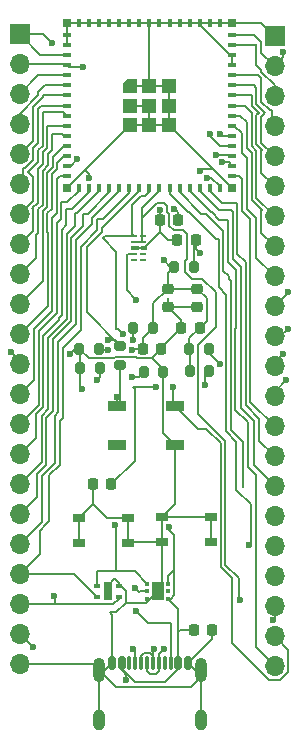
<source format=gbr>
%TF.GenerationSoftware,KiCad,Pcbnew,8.0.3*%
%TF.CreationDate,2024-10-04T20:59:13+05:30*%
%TF.ProjectId,TP4056,54503430-3536-42e6-9b69-6361645f7063,rev?*%
%TF.SameCoordinates,Original*%
%TF.FileFunction,Copper,L1,Top*%
%TF.FilePolarity,Positive*%
%FSLAX46Y46*%
G04 Gerber Fmt 4.6, Leading zero omitted, Abs format (unit mm)*
G04 Created by KiCad (PCBNEW 8.0.3) date 2024-10-04 20:59:13*
%MOMM*%
%LPD*%
G01*
G04 APERTURE LIST*
G04 Aperture macros list*
%AMRoundRect*
0 Rectangle with rounded corners*
0 $1 Rounding radius*
0 $2 $3 $4 $5 $6 $7 $8 $9 X,Y pos of 4 corners*
0 Add a 4 corners polygon primitive as box body*
4,1,4,$2,$3,$4,$5,$6,$7,$8,$9,$2,$3,0*
0 Add four circle primitives for the rounded corners*
1,1,$1+$1,$2,$3*
1,1,$1+$1,$4,$5*
1,1,$1+$1,$6,$7*
1,1,$1+$1,$8,$9*
0 Add four rect primitives between the rounded corners*
20,1,$1+$1,$2,$3,$4,$5,0*
20,1,$1+$1,$4,$5,$6,$7,0*
20,1,$1+$1,$6,$7,$8,$9,0*
20,1,$1+$1,$8,$9,$2,$3,0*%
%AMOutline5P*
0 Free polygon, 5 corners , with rotation*
0 The origin of the aperture is its center*
0 number of corners: always 5*
0 $1 to $10 corner X, Y*
0 $11 Rotation angle, in degrees counterclockwise*
0 create outline with 5 corners*
4,1,5,$1,$2,$3,$4,$5,$6,$7,$8,$9,$10,$1,$2,$11*%
%AMOutline6P*
0 Free polygon, 6 corners , with rotation*
0 The origin of the aperture is its center*
0 number of corners: always 6*
0 $1 to $12 corner X, Y*
0 $13 Rotation angle, in degrees counterclockwise*
0 create outline with 6 corners*
4,1,6,$1,$2,$3,$4,$5,$6,$7,$8,$9,$10,$11,$12,$1,$2,$13*%
%AMOutline7P*
0 Free polygon, 7 corners , with rotation*
0 The origin of the aperture is its center*
0 number of corners: always 7*
0 $1 to $14 corner X, Y*
0 $15 Rotation angle, in degrees counterclockwise*
0 create outline with 7 corners*
4,1,7,$1,$2,$3,$4,$5,$6,$7,$8,$9,$10,$11,$12,$13,$14,$1,$2,$15*%
%AMOutline8P*
0 Free polygon, 8 corners , with rotation*
0 The origin of the aperture is its center*
0 number of corners: always 8*
0 $1 to $16 corner X, Y*
0 $17 Rotation angle, in degrees counterclockwise*
0 create outline with 8 corners*
4,1,8,$1,$2,$3,$4,$5,$6,$7,$8,$9,$10,$11,$12,$13,$14,$15,$16,$1,$2,$17*%
G04 Aperture macros list end*
%TA.AperFunction,SMDPad,CuDef*%
%ADD10RoundRect,0.225000X-0.250000X0.225000X-0.250000X-0.225000X0.250000X-0.225000X0.250000X0.225000X0*%
%TD*%
%TA.AperFunction,SMDPad,CuDef*%
%ADD11RoundRect,0.200000X-0.200000X-0.275000X0.200000X-0.275000X0.200000X0.275000X-0.200000X0.275000X0*%
%TD*%
%TA.AperFunction,SMDPad,CuDef*%
%ADD12RoundRect,0.200000X0.275000X-0.200000X0.275000X0.200000X-0.275000X0.200000X-0.275000X-0.200000X0*%
%TD*%
%TA.AperFunction,SMDPad,CuDef*%
%ADD13R,0.600000X0.400000*%
%TD*%
%TA.AperFunction,SMDPad,CuDef*%
%ADD14R,0.700000X1.600000*%
%TD*%
%TA.AperFunction,SMDPad,CuDef*%
%ADD15RoundRect,0.200000X0.200000X0.275000X-0.200000X0.275000X-0.200000X-0.275000X0.200000X-0.275000X0*%
%TD*%
%TA.AperFunction,SMDPad,CuDef*%
%ADD16R,1.050000X0.650000*%
%TD*%
%TA.AperFunction,SMDPad,CuDef*%
%ADD17R,1.500000X0.900000*%
%TD*%
%TA.AperFunction,SMDPad,CuDef*%
%ADD18RoundRect,0.218750X-0.218750X-0.256250X0.218750X-0.256250X0.218750X0.256250X-0.218750X0.256250X0*%
%TD*%
%TA.AperFunction,SMDPad,CuDef*%
%ADD19RoundRect,0.225000X-0.225000X-0.250000X0.225000X-0.250000X0.225000X0.250000X-0.225000X0.250000X0*%
%TD*%
%TA.AperFunction,ComponentPad*%
%ADD20R,1.700000X1.700000*%
%TD*%
%TA.AperFunction,ComponentPad*%
%ADD21O,1.700000X1.700000*%
%TD*%
%TA.AperFunction,SMDPad,CuDef*%
%ADD22RoundRect,0.225000X0.225000X0.250000X-0.225000X0.250000X-0.225000X-0.250000X0.225000X-0.250000X0*%
%TD*%
%TA.AperFunction,SMDPad,CuDef*%
%ADD23R,0.800000X0.400000*%
%TD*%
%TA.AperFunction,SMDPad,CuDef*%
%ADD24R,0.400000X0.800000*%
%TD*%
%TA.AperFunction,SMDPad,CuDef*%
%ADD25Outline5P,-0.600000X0.204000X-0.204000X0.600000X0.600000X0.600000X0.600000X-0.600000X-0.600000X-0.600000X0.000000*%
%TD*%
%TA.AperFunction,SMDPad,CuDef*%
%ADD26R,1.200000X1.200000*%
%TD*%
%TA.AperFunction,SMDPad,CuDef*%
%ADD27R,0.800000X0.800000*%
%TD*%
%TA.AperFunction,SMDPad,CuDef*%
%ADD28RoundRect,0.150000X-0.150000X-0.425000X0.150000X-0.425000X0.150000X0.425000X-0.150000X0.425000X0*%
%TD*%
%TA.AperFunction,SMDPad,CuDef*%
%ADD29RoundRect,0.075000X-0.075000X-0.500000X0.075000X-0.500000X0.075000X0.500000X-0.075000X0.500000X0*%
%TD*%
%TA.AperFunction,ComponentPad*%
%ADD30O,1.000000X2.100000*%
%TD*%
%TA.AperFunction,ComponentPad*%
%ADD31O,1.000000X1.800000*%
%TD*%
%TA.AperFunction,SMDPad,CuDef*%
%ADD32RoundRect,0.093750X-0.093750X-0.106250X0.093750X-0.106250X0.093750X0.106250X-0.093750X0.106250X0*%
%TD*%
%TA.AperFunction,HeatsinkPad*%
%ADD33R,1.000000X1.600000*%
%TD*%
%TA.AperFunction,SMDPad,CuDef*%
%ADD34R,0.625000X0.250000*%
%TD*%
%TA.AperFunction,SMDPad,CuDef*%
%ADD35R,0.700000X0.450000*%
%TD*%
%TA.AperFunction,SMDPad,CuDef*%
%ADD36R,0.575000X0.450000*%
%TD*%
%TA.AperFunction,ViaPad*%
%ADD37C,0.600000*%
%TD*%
%TA.AperFunction,Conductor*%
%ADD38C,0.200000*%
%TD*%
G04 APERTURE END LIST*
D10*
%TO.P,C1,1*%
%TO.N,/3V3*%
X78835000Y-86200000D03*
%TO.P,C1,2*%
%TO.N,GND*%
X78835000Y-87750000D03*
%TD*%
D11*
%TO.P,R3,1*%
%TO.N,/3V3*%
X76875000Y-84350000D03*
%TO.P,R3,2*%
%TO.N,/ESP32_EN*%
X78525000Y-84350000D03*
%TD*%
D12*
%TO.P,R5,1*%
%TO.N,/3V3*%
X72325000Y-92700000D03*
%TO.P,R5,2*%
%TO.N,/I2C_SDA*%
X72325000Y-91050000D03*
%TD*%
D13*
%TO.P,U4,1,VDD*%
%TO.N,/3V3*%
X70302500Y-111350000D03*
%TO.P,U4,2,SCL*%
%TO.N,/I2C_SCL*%
X70302500Y-112300000D03*
%TO.P,U4,3,SDA*%
%TO.N,/I2C_SDA*%
X72202500Y-112300000D03*
%TO.P,U4,4,GND*%
%TO.N,GND*%
X72202500Y-111350000D03*
D14*
%TO.P,U4,5,GND*%
X71252500Y-111825000D03*
%TD*%
D11*
%TO.P,R4,1*%
%TO.N,/3V3*%
X78150000Y-91275000D03*
%TO.P,R4,2*%
%TO.N,/I2C_SCL*%
X79800000Y-91275000D03*
%TD*%
D15*
%TO.P,R2,1*%
%TO.N,Net-(J1-CC1)*%
X70550000Y-92925000D03*
%TO.P,R2,2*%
%TO.N,GND*%
X68900000Y-92925000D03*
%TD*%
D16*
%TO.P,SW1,1,1*%
%TO.N,GND*%
X68775000Y-105625000D03*
X72925000Y-105625000D03*
%TO.P,SW1,2,2*%
X68775000Y-107775000D03*
X72925000Y-107775000D03*
%TD*%
D17*
%TO.P,D1,1,VDD*%
%TO.N,/3V3*%
X72050000Y-96150000D03*
%TO.P,D1,2,DOUT*%
%TO.N,unconnected-(D1-DOUT-Pad2)*%
X72050000Y-99450000D03*
%TO.P,D1,3,VSS*%
%TO.N,GND*%
X76950000Y-99450000D03*
%TO.P,D1,4,DIN*%
%TO.N,/GPIO48*%
X76950000Y-96150000D03*
%TD*%
D11*
%TO.P,R7,1*%
%TO.N,Net-(U2-FB)*%
X74310000Y-93265000D03*
%TO.P,R7,2*%
%TO.N,GND*%
X75960000Y-93265000D03*
%TD*%
D18*
%TO.P,D2,1,K*%
%TO.N,GND*%
X69975000Y-102775000D03*
%TO.P,D2,2,A*%
%TO.N,Net-(D2-A)*%
X71550000Y-102775000D03*
%TD*%
D19*
%TO.P,C5,1*%
%TO.N,/3V3*%
X74190000Y-91275000D03*
%TO.P,C5,2*%
%TO.N,GND*%
X75740000Y-91275000D03*
%TD*%
D15*
%TO.P,R1,1*%
%TO.N,Net-(J1-CC2)*%
X70500000Y-91300000D03*
%TO.P,R1,2*%
%TO.N,GND*%
X68850000Y-91300000D03*
%TD*%
D20*
%TO.P,J3,1,Pin_1*%
%TO.N,GND*%
X85375000Y-64825000D03*
D21*
%TO.P,J3,2,Pin_2*%
%TO.N,/ESP32_EN*%
X85375000Y-67365000D03*
%TO.P,J3,3,Pin_3*%
%TO.N,/GPIO46*%
X85375000Y-69905000D03*
%TO.P,J3,4,Pin_4*%
%TO.N,/GPIO45*%
X85375000Y-72445000D03*
%TO.P,J3,5,Pin_5*%
%TO.N,/RXD*%
X85375000Y-74985000D03*
%TO.P,J3,6,Pin_6*%
%TO.N,/TXD*%
X85375000Y-77525000D03*
%TO.P,J3,7,Pin_7*%
%TO.N,/GPIO42*%
X85375000Y-80065000D03*
%TO.P,J3,8,Pin_8*%
%TO.N,/GPIO41*%
X85375000Y-82605000D03*
%TO.P,J3,9,Pin_9*%
%TO.N,/GPIO40*%
X85375000Y-85145000D03*
%TO.P,J3,10,Pin_10*%
%TO.N,/GPIO39*%
X85375000Y-87685000D03*
%TO.P,J3,11,Pin_11*%
%TO.N,/GPIO38*%
X85375000Y-90225000D03*
%TO.P,J3,12,Pin_12*%
%TO.N,/GPIO37*%
X85375000Y-92765000D03*
%TO.P,J3,13,Pin_13*%
%TO.N,/GPIO36*%
X85375000Y-95305000D03*
%TO.P,J3,14,Pin_14*%
%TO.N,/GPIO35*%
X85375000Y-97845000D03*
%TO.P,J3,15,Pin_15*%
%TO.N,/GPIO34*%
X85375000Y-100385000D03*
%TO.P,J3,16,Pin_16*%
%TO.N,/GPIO33*%
X85375000Y-102925000D03*
%TO.P,J3,17,Pin_17*%
%TO.N,/GPIO26*%
X85375000Y-105465000D03*
%TO.P,J3,18,Pin_18*%
%TO.N,/GPIO21*%
X85375000Y-108005000D03*
%TO.P,J3,19,Pin_19*%
%TO.N,/USB_N*%
X85375000Y-110545000D03*
%TO.P,J3,20,Pin_20*%
%TO.N,/USB_P*%
X85375000Y-113085000D03*
%TO.P,J3,21,Pin_21*%
%TO.N,/GPIO48*%
X85375000Y-115625000D03*
%TO.P,J3,22,Pin_22*%
%TO.N,/GPIO47*%
X85375000Y-118165000D03*
%TD*%
D22*
%TO.P,C3,1*%
%TO.N,/ESP32_EN*%
X78700000Y-82050000D03*
%TO.P,C3,2*%
%TO.N,GND*%
X77150000Y-82050000D03*
%TD*%
D19*
%TO.P,C6,1*%
%TO.N,/5VUSB*%
X78550000Y-115125000D03*
%TO.P,C6,2*%
%TO.N,GND*%
X80100000Y-115125000D03*
%TD*%
D23*
%TO.P,U3,1,GND*%
%TO.N,GND*%
X67775000Y-64750000D03*
%TO.P,U3,2,GND*%
X67775000Y-65600000D03*
%TO.P,U3,3,3V3*%
%TO.N,/3V3*%
X67775000Y-66450000D03*
%TO.P,U3,4,IO0*%
%TO.N,/GPIO0*%
X67775000Y-67300000D03*
%TO.P,U3,5,IO1*%
%TO.N,/GPIO1*%
X67775000Y-68150000D03*
%TO.P,U3,6,IO2*%
%TO.N,/GPIO2*%
X67775000Y-69000000D03*
%TO.P,U3,7,IO3*%
%TO.N,/GPIO3*%
X67775000Y-69850000D03*
%TO.P,U3,8,IO4*%
%TO.N,/GPIO4*%
X67775000Y-70700000D03*
%TO.P,U3,9,IO5*%
%TO.N,/GPIO5*%
X67775000Y-71550000D03*
%TO.P,U3,10,IO6*%
%TO.N,/GPIO6*%
X67775000Y-72400000D03*
%TO.P,U3,11,IO7*%
%TO.N,/GPIO7*%
X67775000Y-73250000D03*
%TO.P,U3,12,IO8*%
%TO.N,/GPIO8*%
X67775000Y-74100000D03*
%TO.P,U3,13,IO9*%
%TO.N,/GPIO9*%
X67775000Y-74950000D03*
%TO.P,U3,14,IO10*%
%TO.N,/GPIO10*%
X67775000Y-75800000D03*
%TO.P,U3,15,IO11*%
%TO.N,/GPIO11*%
X67775000Y-76650000D03*
D24*
%TO.P,U3,16,IO12*%
%TO.N,/GPIO12*%
X68825000Y-77700000D03*
%TO.P,U3,17,IO13*%
%TO.N,/GPIO13*%
X69675000Y-77700000D03*
%TO.P,U3,18,IO14*%
%TO.N,/GPIO14*%
X70525000Y-77700000D03*
%TO.P,U3,19,IO15*%
%TO.N,/GPIO15*%
X71375000Y-77700000D03*
%TO.P,U3,20,IO16*%
%TO.N,/GPIO16*%
X72225000Y-77700000D03*
%TO.P,U3,21,IO17*%
%TO.N,/I2C_SCL*%
X73075000Y-77700000D03*
%TO.P,U3,22,IO18*%
%TO.N,/I2C_SDA*%
X73925000Y-77700000D03*
%TO.P,U3,23,IO19*%
%TO.N,/USB_N*%
X74775000Y-77700000D03*
%TO.P,U3,24,IO20*%
%TO.N,/USB_P*%
X75625000Y-77700000D03*
%TO.P,U3,25,IO21*%
%TO.N,/GPIO21*%
X76475000Y-77700000D03*
%TO.P,U3,26,IO26*%
%TO.N,/GPIO26*%
X77325000Y-77700000D03*
%TO.P,U3,27,IO47*%
%TO.N,/GPIO47*%
X78175000Y-77700000D03*
%TO.P,U3,28,IO33*%
%TO.N,/GPIO33*%
X79025000Y-77700000D03*
%TO.P,U3,29,IO34*%
%TO.N,/GPIO34*%
X79875000Y-77700000D03*
%TO.P,U3,30,IO48*%
%TO.N,/GPIO48*%
X80725000Y-77700000D03*
D23*
%TO.P,U3,31,IO35*%
%TO.N,/GPIO35*%
X81775000Y-76650000D03*
%TO.P,U3,32,IO36*%
%TO.N,/GPIO36*%
X81775000Y-75800000D03*
%TO.P,U3,33,IO37*%
%TO.N,/GPIO37*%
X81775000Y-74950000D03*
%TO.P,U3,34,IO38*%
%TO.N,/GPIO38*%
X81775000Y-74100000D03*
%TO.P,U3,35,IO39*%
%TO.N,/GPIO39*%
X81775000Y-73250000D03*
%TO.P,U3,36,IO40*%
%TO.N,/GPIO40*%
X81775000Y-72400000D03*
%TO.P,U3,37,IO41*%
%TO.N,/GPIO41*%
X81775000Y-71550000D03*
%TO.P,U3,38,IO42*%
%TO.N,/GPIO42*%
X81775000Y-70700000D03*
%TO.P,U3,39,TXD0*%
%TO.N,/TXD*%
X81775000Y-69850000D03*
%TO.P,U3,40,RXD0*%
%TO.N,/RXD*%
X81775000Y-69000000D03*
%TO.P,U3,41,IO45*%
%TO.N,/GPIO45*%
X81775000Y-68150000D03*
%TO.P,U3,42,GND*%
%TO.N,GND*%
X81775000Y-67300000D03*
%TO.P,U3,43,GND*%
X81775000Y-66450000D03*
%TO.P,U3,44,IO46*%
%TO.N,/GPIO46*%
X81775000Y-65600000D03*
%TO.P,U3,45,EN*%
%TO.N,/ESP32_EN*%
X81775000Y-64750000D03*
D24*
%TO.P,U3,46,GND*%
%TO.N,GND*%
X80725000Y-63700000D03*
%TO.P,U3,47,GND*%
X79875000Y-63700000D03*
%TO.P,U3,48,GND*%
X79025000Y-63700000D03*
%TO.P,U3,49,GND*%
X78175000Y-63700000D03*
%TO.P,U3,50,GND*%
X77325000Y-63700000D03*
%TO.P,U3,51,GND*%
X76475000Y-63700000D03*
%TO.P,U3,52,GND*%
X75625000Y-63700000D03*
%TO.P,U3,53,GND*%
X74775000Y-63700000D03*
%TO.P,U3,54,GND*%
X73925000Y-63700000D03*
%TO.P,U3,55,GND*%
X73075000Y-63700000D03*
%TO.P,U3,56,GND*%
X72225000Y-63700000D03*
%TO.P,U3,57,GND*%
X71375000Y-63700000D03*
%TO.P,U3,58,GND*%
X70525000Y-63700000D03*
%TO.P,U3,59,GND*%
X69675000Y-63700000D03*
%TO.P,U3,60,GND*%
X68825000Y-63700000D03*
D25*
%TO.P,U3,61,GND*%
X73125000Y-69050000D03*
D26*
X73125000Y-70700000D03*
X73125000Y-72350000D03*
X74775000Y-69050000D03*
X74775000Y-70700000D03*
X74775000Y-72350000D03*
X76425000Y-69050000D03*
X76425000Y-70700000D03*
X76425000Y-72350000D03*
D27*
%TO.P,U3,62,GND*%
X67775000Y-63700000D03*
%TO.P,U3,63,GND*%
X67775000Y-77700000D03*
%TO.P,U3,64,GND*%
X81775000Y-77700000D03*
%TO.P,U3,65,GND*%
X81775000Y-63700000D03*
%TD*%
D15*
%TO.P,R6,1*%
%TO.N,/3V3*%
X75065000Y-89500000D03*
%TO.P,R6,2*%
%TO.N,Net-(U2-FB)*%
X73415000Y-89500000D03*
%TD*%
D28*
%TO.P,J1,A1,GND*%
%TO.N,GND*%
X71625000Y-117935000D03*
%TO.P,J1,A4,VBUS*%
%TO.N,/5VUSB*%
X72425000Y-117935000D03*
D29*
%TO.P,J1,A5,CC1*%
%TO.N,Net-(J1-CC1)*%
X73575000Y-117935000D03*
%TO.P,J1,A6,D+*%
%TO.N,/USB_N*%
X74575000Y-117935000D03*
%TO.P,J1,A7,D-*%
%TO.N,/USB_P*%
X75075000Y-117935000D03*
%TO.P,J1,A8,SBU1*%
%TO.N,unconnected-(J1-SBU1-PadA8)*%
X76075000Y-117935000D03*
D28*
%TO.P,J1,A9,VBUS*%
%TO.N,/5VUSB*%
X77225000Y-117935000D03*
%TO.P,J1,A12,GND*%
%TO.N,GND*%
X78025000Y-117935000D03*
%TO.P,J1,B1,GND*%
X78025000Y-117935000D03*
%TO.P,J1,B4,VBUS*%
%TO.N,/5VUSB*%
X77225000Y-117935000D03*
D29*
%TO.P,J1,B5,CC2*%
%TO.N,Net-(J1-CC2)*%
X76575000Y-117935000D03*
%TO.P,J1,B6,D+*%
%TO.N,/USB_N*%
X75575000Y-117935000D03*
%TO.P,J1,B7,D-*%
%TO.N,/USB_P*%
X74075000Y-117935000D03*
%TO.P,J1,B8,SBU2*%
%TO.N,unconnected-(J1-SBU2-PadB8)*%
X73075000Y-117935000D03*
D28*
%TO.P,J1,B9,VBUS*%
%TO.N,/5VUSB*%
X72425000Y-117935000D03*
%TO.P,J1,B12,GND*%
%TO.N,GND*%
X71625000Y-117935000D03*
D30*
%TO.P,J1,S1,SHIELD*%
X70505000Y-118510000D03*
D31*
X70505000Y-122690000D03*
D30*
X79145000Y-118510000D03*
D31*
X79145000Y-122690000D03*
%TD*%
D32*
%TO.P,U2,1,OUT*%
%TO.N,/3V3*%
X74600000Y-111175000D03*
%TO.P,U2,2,FB*%
%TO.N,Net-(U2-FB)*%
X74600000Y-111825000D03*
%TO.P,U2,3,GND*%
%TO.N,GND*%
X74600000Y-112475000D03*
%TO.P,U2,4,EN*%
%TO.N,/5VUSB*%
X76375000Y-112475000D03*
%TO.P,U2,5,DNC*%
%TO.N,unconnected-(U2-DNC-Pad5)*%
X76375000Y-111825000D03*
%TO.P,U2,6,IN*%
%TO.N,/5VUSB*%
X76375000Y-111175000D03*
D33*
%TO.P,U2,7,GND*%
%TO.N,GND*%
X75487500Y-111825000D03*
%TD*%
D20*
%TO.P,J2,1,Pin_1*%
%TO.N,/3V3*%
X63775000Y-64675000D03*
D21*
%TO.P,J2,2,Pin_2*%
%TO.N,/GPIO0*%
X63775000Y-67215000D03*
%TO.P,J2,3,Pin_3*%
%TO.N,/GPIO1*%
X63775000Y-69755000D03*
%TO.P,J2,4,Pin_4*%
%TO.N,/GPIO2*%
X63775000Y-72295000D03*
%TO.P,J2,5,Pin_5*%
%TO.N,/GPIO3*%
X63775000Y-74835000D03*
%TO.P,J2,6,Pin_6*%
%TO.N,/GPIO4*%
X63775000Y-77375000D03*
%TO.P,J2,7,Pin_7*%
%TO.N,/GPIO5*%
X63775000Y-79915000D03*
%TO.P,J2,8,Pin_8*%
%TO.N,/GPIO6*%
X63775000Y-82455000D03*
%TO.P,J2,9,Pin_9*%
%TO.N,/GPIO7*%
X63775000Y-84995000D03*
%TO.P,J2,10,Pin_10*%
%TO.N,/GPIO8*%
X63775000Y-87535000D03*
%TO.P,J2,11,Pin_11*%
%TO.N,/GPIO9*%
X63775000Y-90075000D03*
%TO.P,J2,12,Pin_12*%
%TO.N,/GPIO10*%
X63775000Y-92615000D03*
%TO.P,J2,13,Pin_13*%
%TO.N,/GPIO11*%
X63775000Y-95155000D03*
%TO.P,J2,14,Pin_14*%
%TO.N,/GPIO12*%
X63775000Y-97695000D03*
%TO.P,J2,15,Pin_15*%
%TO.N,/GPIO13*%
X63775000Y-100235000D03*
%TO.P,J2,16,Pin_16*%
%TO.N,/GPIO14*%
X63775000Y-102775000D03*
%TO.P,J2,17,Pin_17*%
%TO.N,/GPIO15*%
X63775000Y-105315000D03*
%TO.P,J2,18,Pin_18*%
%TO.N,/GPIO16*%
X63775000Y-107855000D03*
%TO.P,J2,19,Pin_19*%
%TO.N,/I2C_SCL*%
X63775000Y-110395000D03*
%TO.P,J2,20,Pin_20*%
%TO.N,/I2C_SDA*%
X63775000Y-112935000D03*
%TO.P,J2,21,Pin_21*%
%TO.N,/5VUSB*%
X63775000Y-115475000D03*
%TO.P,J2,22,Pin_22*%
%TO.N,GND*%
X63775000Y-118015000D03*
%TD*%
D22*
%TO.P,C7,1*%
%TO.N,/3V3*%
X79025000Y-89500000D03*
%TO.P,C7,2*%
%TO.N,GND*%
X77475000Y-89500000D03*
%TD*%
D11*
%TO.P,R8,1*%
%TO.N,/3V3*%
X78175000Y-93150000D03*
%TO.P,R8,2*%
%TO.N,Net-(D2-A)*%
X79825000Y-93150000D03*
%TD*%
D16*
%TO.P,SW2,1,1*%
%TO.N,GND*%
X75825000Y-105525000D03*
X79975000Y-105525000D03*
%TO.P,SW2,2,2*%
X75825000Y-107675000D03*
X79975000Y-107675000D03*
%TD*%
D10*
%TO.P,C2,1*%
%TO.N,/3V3*%
X76325000Y-86200000D03*
%TO.P,C2,2*%
%TO.N,GND*%
X76325000Y-87750000D03*
%TD*%
D22*
%TO.P,C4,1*%
%TO.N,/GPIO0*%
X77200000Y-80400000D03*
%TO.P,C4,2*%
%TO.N,GND*%
X75650000Y-80400000D03*
%TD*%
D34*
%TO.P,U1,1*%
%TO.N,/USB_N*%
X73475000Y-81750000D03*
%TO.P,U1,2*%
%TO.N,/USB_P*%
X73475000Y-82250000D03*
D35*
%TO.P,U1,3,VSS*%
%TO.N,GND*%
X73512500Y-82750000D03*
D34*
%TO.P,U1,4*%
%TO.N,/5VUSB*%
X73475000Y-83250000D03*
%TO.P,U1,5*%
%TO.N,unconnected-(U1-Pad5)*%
X73475000Y-83750000D03*
%TO.P,U1,6,NC*%
%TO.N,unconnected-(U1-NC-Pad6)*%
X74250000Y-83750000D03*
%TO.P,U1,7,NC*%
%TO.N,unconnected-(U1-NC-Pad7)*%
X74250000Y-83250000D03*
D36*
%TO.P,U1,8,VSS*%
%TO.N,GND*%
X74275000Y-82750000D03*
D34*
%TO.P,U1,9,NC*%
%TO.N,unconnected-(U1-NC-Pad9)*%
X74250000Y-82250000D03*
%TO.P,U1,10,NC*%
%TO.N,unconnected-(U1-NC-Pad10)*%
X74250000Y-81750000D03*
%TD*%
D37*
%TO.N,/3V3*%
X66550000Y-65450000D03*
X75975000Y-83775000D03*
X72025000Y-95350000D03*
X73283877Y-91400001D03*
X71900000Y-106250000D03*
%TO.N,GND*%
X75675000Y-79550000D03*
X69075000Y-94735000D03*
X69625000Y-76799998D03*
X68050000Y-91700000D03*
X79059313Y-76234313D03*
%TO.N,/ESP32_EN*%
X79025000Y-83150000D03*
X86125000Y-66175002D03*
%TO.N,/GPIO0*%
X69175000Y-67450000D03*
X76875735Y-79424265D03*
%TO.N,/5VUSB*%
X72800000Y-119350000D03*
X64875000Y-116525000D03*
X76425000Y-106350002D03*
X73675000Y-87175000D03*
%TO.N,/GPIO48*%
X76800000Y-94500000D03*
X79625000Y-76800000D03*
%TO.N,Net-(D2-A)*%
X79500000Y-94375000D03*
X75300000Y-94575000D03*
%TO.N,/USB_N*%
X72550000Y-90075000D03*
X75999265Y-116724265D03*
%TO.N,/USB_P*%
X75175000Y-116700000D03*
X85232189Y-114282573D03*
X82425000Y-112600000D03*
%TO.N,Net-(J1-CC2)*%
X73625000Y-113525000D03*
X71300000Y-91400000D03*
%TO.N,Net-(J1-CC1)*%
X73425000Y-116750000D03*
X70375000Y-93900000D03*
%TO.N,/I2C_SDA*%
X71225156Y-90556976D03*
X66675000Y-112225000D03*
%TO.N,/GPIO10*%
X68665292Y-75248058D03*
X63025000Y-91550000D03*
%TO.N,/I2C_SCL*%
X80760000Y-92600000D03*
%TO.N,/GPIO21*%
X83175000Y-107925000D03*
%TO.N,/GPIO37*%
X80450000Y-74900000D03*
X86125000Y-91725000D03*
%TO.N,/GPIO39*%
X80725000Y-73125000D03*
X86475000Y-86475000D03*
%TO.N,/GPIO36*%
X86375000Y-93975000D03*
X80959094Y-75517112D03*
%TO.N,/GPIO38*%
X86475000Y-89600000D03*
X79925691Y-73091696D03*
%TO.N,Net-(U2-FB)*%
X73408871Y-90554834D03*
X73325000Y-93725000D03*
X73575000Y-111550000D03*
%TD*%
D38*
%TO.N,/3V3*%
X76325000Y-84900000D02*
X76875000Y-84350000D01*
X73575000Y-110150000D02*
X74600000Y-111175000D01*
X79610000Y-86975000D02*
X78835000Y-86200000D01*
X76550000Y-84350000D02*
X75975000Y-83775000D01*
X70350000Y-110150000D02*
X71950000Y-110150000D01*
X79025000Y-89500000D02*
X79610000Y-88915000D01*
X78175000Y-93150000D02*
X78175000Y-91300000D01*
X76325000Y-86200000D02*
X78835000Y-86200000D01*
X74190000Y-90375000D02*
X75065000Y-89500000D01*
X73408878Y-91275000D02*
X73283877Y-91400001D01*
X78175000Y-91300000D02*
X78150000Y-91275000D01*
X71950000Y-106300000D02*
X71900000Y-106250000D01*
X66550000Y-65450000D02*
X65775000Y-64675000D01*
X72325000Y-95875000D02*
X72050000Y-96150000D01*
X72325000Y-92700000D02*
X72325000Y-95875000D01*
X75065000Y-89500000D02*
X75065000Y-87460000D01*
X79610000Y-88915000D02*
X79610000Y-86975000D01*
X74190000Y-91275000D02*
X73408878Y-91275000D01*
X78150000Y-91275000D02*
X78150000Y-90375000D01*
X74190000Y-91275000D02*
X74190000Y-90375000D01*
X78150000Y-93125000D02*
X78175000Y-93150000D01*
X76875000Y-84350000D02*
X76550000Y-84350000D01*
X72025000Y-96125000D02*
X72050000Y-96150000D01*
X71950000Y-110150000D02*
X73575000Y-110150000D01*
X76325000Y-86200000D02*
X76325000Y-84900000D01*
X72025000Y-95350000D02*
X72025000Y-96125000D01*
X63775000Y-64675000D02*
X65550000Y-66450000D01*
X70302500Y-111350000D02*
X70302500Y-110197500D01*
X70302500Y-110197500D02*
X70350000Y-110150000D01*
X71950000Y-110150000D02*
X71950000Y-106300000D01*
X65775000Y-64675000D02*
X63775000Y-64675000D01*
X65550000Y-66450000D02*
X67775000Y-66450000D01*
X75065000Y-87460000D02*
X76325000Y-86200000D01*
X78150000Y-90375000D02*
X79025000Y-89500000D01*
%TO.N,GND*%
X67775000Y-65600000D02*
X67775000Y-63700000D01*
X74775000Y-70700000D02*
X73125000Y-70700000D01*
X75650000Y-79575000D02*
X75675000Y-79550000D01*
X79025000Y-63900000D02*
X79025000Y-63700000D01*
X68900000Y-92925000D02*
X68900000Y-94560000D01*
X69975000Y-104400000D02*
X69975000Y-104425000D01*
X81775000Y-77700000D02*
X81725000Y-77700000D01*
X81575000Y-66450000D02*
X79025000Y-63900000D01*
X69625000Y-76799998D02*
X69625000Y-76475000D01*
X72925000Y-105625000D02*
X71200000Y-105625000D01*
X75487500Y-111825000D02*
X74512500Y-112800000D01*
X76425000Y-69050000D02*
X76425000Y-72350000D01*
X75900000Y-98400000D02*
X75900000Y-93585000D01*
X68900000Y-92925000D02*
X68900000Y-91350000D01*
X75960000Y-93045000D02*
X74965000Y-92050000D01*
X69625000Y-92075000D02*
X71762352Y-92075000D01*
X78255000Y-119950000D02*
X71920406Y-119950000D01*
X78600000Y-118510000D02*
X78025000Y-117935000D01*
X79181126Y-76112500D02*
X80187500Y-76112500D01*
X68900000Y-91350000D02*
X68850000Y-91300000D01*
X71400000Y-113625000D02*
X71625000Y-113850000D01*
X69312500Y-76162500D02*
X67775000Y-77700000D01*
X70505000Y-118534594D02*
X70505000Y-118510000D01*
X71050000Y-118510000D02*
X71625000Y-117935000D01*
X74775000Y-69050000D02*
X74775000Y-63700000D01*
X75650000Y-81375000D02*
X74275000Y-82750000D01*
X71625000Y-113850000D02*
X71625000Y-117935000D01*
X79059313Y-76234313D02*
X79181126Y-76112500D01*
X75650000Y-80400000D02*
X75650000Y-79575000D01*
X75960000Y-93265000D02*
X75960000Y-93045000D01*
X79145000Y-118510000D02*
X78600000Y-118510000D01*
X73125000Y-69050000D02*
X76425000Y-69050000D01*
X69975000Y-102775000D02*
X69975000Y-104400000D01*
X84250000Y-63700000D02*
X85375000Y-64825000D01*
X79975000Y-105525000D02*
X79975000Y-107675000D01*
X74965000Y-92050000D02*
X75740000Y-91275000D01*
X75825000Y-111487500D02*
X75487500Y-111825000D01*
X68450000Y-91300000D02*
X68050000Y-91700000D01*
X75825000Y-107675000D02*
X73025000Y-107675000D01*
X76325000Y-87750000D02*
X76325000Y-87025000D01*
X68850000Y-91300000D02*
X69625000Y-92075000D01*
X70505000Y-122690000D02*
X70505000Y-118510000D01*
X68775000Y-107775000D02*
X68775000Y-105625000D01*
X79145000Y-122690000D02*
X79145000Y-118510000D01*
X75825000Y-107675000D02*
X75825000Y-111487500D01*
X75650000Y-80400000D02*
X75650000Y-81375000D01*
X71200000Y-105625000D02*
X69975000Y-104400000D01*
X81775000Y-66450000D02*
X81575000Y-66450000D01*
X80187500Y-76112500D02*
X76425000Y-72350000D01*
X71827500Y-110825000D02*
X72802500Y-111800000D01*
X68900000Y-94560000D02*
X69075000Y-94735000D01*
X74512500Y-112800000D02*
X72802500Y-112800000D01*
X73741304Y-92050000D02*
X74965000Y-92050000D01*
X77475000Y-88900000D02*
X76325000Y-87750000D01*
X75740000Y-91235000D02*
X77475000Y-89500000D01*
X69975000Y-104425000D02*
X68775000Y-105625000D01*
X72925000Y-105625000D02*
X72925000Y-107775000D01*
X80100000Y-115860000D02*
X78025000Y-117935000D01*
X81225000Y-77150000D02*
X80187500Y-76112500D01*
X75825000Y-105525000D02*
X75825000Y-107675000D01*
X71837352Y-92000000D02*
X73691304Y-92000000D01*
X71252500Y-111825000D02*
X71252500Y-111375000D01*
X76325000Y-82050000D02*
X75650000Y-81375000D01*
X76325000Y-87750000D02*
X78835000Y-87750000D01*
X68850000Y-91300000D02*
X68450000Y-91300000D01*
X80100000Y-115125000D02*
X80100000Y-115860000D01*
X75825000Y-105525000D02*
X79975000Y-105525000D01*
X71252500Y-111375000D02*
X71802500Y-110825000D01*
X77150000Y-82050000D02*
X76325000Y-82050000D01*
X71920406Y-119950000D02*
X70505000Y-118534594D01*
X71802500Y-110825000D02*
X71827500Y-110825000D01*
X81225000Y-77200000D02*
X81225000Y-77150000D01*
X73025000Y-107675000D02*
X72925000Y-107775000D01*
X72802500Y-111800000D02*
X72802500Y-112800000D01*
X76425000Y-72350000D02*
X73125000Y-72350000D01*
X71762352Y-92075000D02*
X71837352Y-92000000D01*
X81775000Y-67300000D02*
X81775000Y-66450000D01*
X70505000Y-118510000D02*
X71050000Y-118510000D01*
X73125000Y-72350000D02*
X69312500Y-76162500D01*
X81725000Y-77700000D02*
X81225000Y-77200000D01*
X76950000Y-99450000D02*
X76950000Y-104400000D01*
X67775000Y-63700000D02*
X81775000Y-63700000D01*
X79145000Y-118510000D02*
X79145000Y-119060000D01*
X70010000Y-118015000D02*
X70505000Y-118510000D01*
X76950000Y-104400000D02*
X75825000Y-105525000D01*
X74775000Y-72350000D02*
X74775000Y-70700000D01*
X77475000Y-89500000D02*
X77475000Y-88900000D01*
X73691304Y-92000000D02*
X73741304Y-92050000D01*
X81775000Y-63700000D02*
X84250000Y-63700000D01*
X79145000Y-119060000D02*
X78255000Y-119950000D01*
X76950000Y-99450000D02*
X75900000Y-98400000D01*
X75900000Y-93585000D02*
X75960000Y-93525000D01*
X75740000Y-91275000D02*
X75740000Y-91235000D01*
X69625000Y-76475000D02*
X69312500Y-76162500D01*
X71977500Y-113625000D02*
X71400000Y-113625000D01*
X72802500Y-112800000D02*
X71977500Y-113625000D01*
X69175000Y-94835000D02*
X69075000Y-94735000D01*
X63775000Y-118015000D02*
X70010000Y-118015000D01*
X73512500Y-82750000D02*
X74275000Y-82750000D01*
%TO.N,/ESP32_EN*%
X84225000Y-65350000D02*
X84225000Y-66215000D01*
X81775000Y-64750000D02*
X83625000Y-64750000D01*
X86125000Y-66615000D02*
X85375000Y-67365000D01*
X83625000Y-64750000D02*
X84225000Y-65350000D01*
X78700000Y-82050000D02*
X78700000Y-82825000D01*
X78525000Y-82225000D02*
X78700000Y-82050000D01*
X84225000Y-66215000D02*
X85375000Y-67365000D01*
X78700000Y-82825000D02*
X79025000Y-83150000D01*
X78525000Y-84350000D02*
X78525000Y-82225000D01*
X86125000Y-66175002D02*
X86125000Y-66615000D01*
%TO.N,/GPIO0*%
X69175000Y-67450000D02*
X67925000Y-67450000D01*
X77200000Y-80400000D02*
X77200000Y-79748530D01*
X67925000Y-67450000D02*
X67775000Y-67300000D01*
X77200000Y-79748530D02*
X76875735Y-79424265D01*
X67690000Y-67215000D02*
X67775000Y-67300000D01*
X63775000Y-67215000D02*
X67690000Y-67215000D01*
%TO.N,/5VUSB*%
X72862500Y-86362500D02*
X72862500Y-83362500D01*
X72800000Y-118884999D02*
X72425000Y-118509999D01*
X76425000Y-106525000D02*
X76425000Y-106350002D01*
X72425000Y-117935000D02*
X72425000Y-118392410D01*
X78550000Y-115125000D02*
X77375000Y-115125000D01*
X77225000Y-115275000D02*
X77225000Y-117935000D01*
X72862500Y-83362500D02*
X72950000Y-83275000D01*
X72425000Y-118509999D02*
X72425000Y-117935000D01*
X72950000Y-83275000D02*
X73500000Y-83275000D01*
X72800000Y-119350000D02*
X72800000Y-118884999D01*
X77375000Y-115125000D02*
X77225000Y-115275000D01*
X76067410Y-119550000D02*
X77225000Y-118392410D01*
X76375000Y-112475000D02*
X77225000Y-113325000D01*
X73675000Y-87175000D02*
X72862500Y-86362500D01*
X76375000Y-112475000D02*
X76562499Y-112475000D01*
X77225000Y-113325000D02*
X77225000Y-115275000D01*
X76375000Y-110512500D02*
X76862500Y-110025000D01*
X77225000Y-118392410D02*
X77225000Y-117935000D01*
X76375000Y-106575000D02*
X76425000Y-106525000D01*
X76862500Y-110025000D02*
X76862500Y-107062500D01*
X73582590Y-119550000D02*
X76067410Y-119550000D01*
X76375000Y-111175000D02*
X76375000Y-110512500D01*
X76862500Y-107062500D02*
X76375000Y-106575000D01*
X63825000Y-115475000D02*
X64875000Y-116525000D01*
X76862500Y-112174999D02*
X76862500Y-110025000D01*
X76562499Y-112475000D02*
X76862500Y-112174999D01*
X63775000Y-115475000D02*
X63825000Y-115475000D01*
X72425000Y-118392410D02*
X73582590Y-119550000D01*
%TO.N,/GPIO48*%
X85851346Y-119315000D02*
X86525000Y-118641346D01*
X76800000Y-96000000D02*
X76950000Y-96150000D01*
X76950000Y-96150000D02*
X78850000Y-98050000D01*
X86525000Y-116775000D02*
X85375000Y-115625000D01*
X81750000Y-116166346D02*
X84898654Y-119315000D01*
X80800000Y-99275000D02*
X80800000Y-109750000D01*
X79575000Y-98050000D02*
X80800000Y-99275000D01*
X80725000Y-77500000D02*
X80025000Y-76800000D01*
X80800000Y-109750000D02*
X81750000Y-110700000D01*
X80725000Y-77700000D02*
X80725000Y-77500000D01*
X78850000Y-98050000D02*
X79575000Y-98050000D01*
X84898654Y-119315000D02*
X85851346Y-119315000D01*
X80025000Y-76800000D02*
X79625000Y-76800000D01*
X81750000Y-110700000D02*
X81750000Y-116166346D01*
X76800000Y-94500000D02*
X76800000Y-96000000D01*
X86525000Y-118641346D02*
X86525000Y-116775000D01*
%TO.N,Net-(D2-A)*%
X73525000Y-94700000D02*
X73375000Y-94550000D01*
X73525000Y-98225000D02*
X73525000Y-94700000D01*
X73525000Y-100800000D02*
X73525000Y-98225000D01*
X79500000Y-93475000D02*
X79825000Y-93150000D01*
X73375000Y-94550000D02*
X75275000Y-94550000D01*
X79500000Y-94375000D02*
X79500000Y-93475000D01*
X71550000Y-102775000D02*
X73525000Y-100800000D01*
X75275000Y-94550000D02*
X75300000Y-94575000D01*
%TO.N,/USB_N*%
X75315000Y-118810000D02*
X75575000Y-118550000D01*
X71950000Y-83075000D02*
X71950000Y-89600000D01*
X70987058Y-81750000D02*
X70806029Y-81931029D01*
X75575000Y-118550000D02*
X75575000Y-117935000D01*
X74775000Y-78050000D02*
X74425000Y-78400000D01*
X72075000Y-89600000D02*
X72550000Y-90075000D01*
X74575000Y-117935000D02*
X74575000Y-118542410D01*
X74425000Y-78400000D02*
X74025000Y-78400000D01*
X74842590Y-118810000D02*
X75315000Y-118810000D01*
X74775000Y-77700000D02*
X74775000Y-78050000D01*
X73300000Y-81575000D02*
X73475000Y-81750000D01*
X73300000Y-79125000D02*
X73300000Y-81575000D01*
X70806029Y-81931029D02*
X71950000Y-83075000D01*
X74575000Y-118542410D02*
X74842590Y-118810000D01*
X73475000Y-81750000D02*
X70987058Y-81750000D01*
X74025000Y-78400000D02*
X73300000Y-79125000D01*
X71950000Y-89600000D02*
X72075000Y-89600000D01*
X75575000Y-117148530D02*
X75999265Y-116724265D01*
X75575000Y-117935000D02*
X75575000Y-117148530D01*
%TO.N,/USB_P*%
X85375000Y-113085000D02*
X85375000Y-114139762D01*
X80400000Y-89487352D02*
X78900000Y-90987352D01*
X77825000Y-83862352D02*
X77825000Y-84837648D01*
X78337352Y-85350000D02*
X79250000Y-85350000D01*
X75625000Y-77900000D02*
X74175000Y-79350000D01*
X75451471Y-78925000D02*
X76024999Y-78925000D01*
X82325000Y-112075000D02*
X82325000Y-112500000D01*
X78900000Y-90987352D02*
X78900000Y-96809314D01*
X74175000Y-79350000D02*
X74175000Y-80900000D01*
X74037500Y-82225000D02*
X73475000Y-82225000D01*
X74342590Y-117060000D02*
X74075000Y-117327590D01*
X74175000Y-80900000D02*
X74175000Y-82087500D01*
X76275735Y-79175736D02*
X76275735Y-79752039D01*
X76450000Y-79926304D02*
X76450000Y-80873696D01*
X77825000Y-84837648D02*
X78337352Y-85350000D01*
X74807410Y-117060000D02*
X74342590Y-117060000D01*
X80400000Y-86500000D02*
X80400000Y-86675000D01*
X75075000Y-116800000D02*
X75075000Y-117935000D01*
X76024999Y-78925000D02*
X76275735Y-79175736D01*
X81200000Y-99109314D02*
X81200000Y-109584314D01*
X75175000Y-116700000D02*
X75075000Y-116800000D01*
X77950000Y-83737352D02*
X77825000Y-83862352D01*
X78900000Y-96809314D02*
X81200000Y-99109314D01*
X75075000Y-117327590D02*
X74807410Y-117060000D01*
X77631539Y-81257843D02*
X77950000Y-81576304D01*
X82325000Y-110709314D02*
X82325000Y-112075000D01*
X75075000Y-117935000D02*
X75075000Y-117327590D01*
X81200000Y-109584314D02*
X82325000Y-110709314D01*
X74175000Y-82087500D02*
X74037500Y-82225000D01*
X75625000Y-77700000D02*
X75625000Y-77900000D01*
X74075000Y-117327590D02*
X74075000Y-117935000D01*
X79250000Y-85350000D02*
X80400000Y-86500000D01*
X77950000Y-81576304D02*
X77950000Y-83737352D01*
X76450000Y-80873696D02*
X76834147Y-81257843D01*
X80400000Y-86675000D02*
X80400000Y-89487352D01*
X76834147Y-81257843D02*
X77631539Y-81257843D01*
X82325000Y-112500000D02*
X82425000Y-112600000D01*
X74175000Y-80201471D02*
X75451471Y-78925000D01*
X74175000Y-80900000D02*
X74175000Y-80201471D01*
X76275735Y-79752039D02*
X76450000Y-79926304D01*
X85375000Y-114139762D02*
X85232189Y-114282573D01*
%TO.N,Net-(J1-CC2)*%
X70500000Y-91325000D02*
X70575000Y-91400000D01*
X76550000Y-114550000D02*
X74650000Y-114550000D01*
X76575000Y-117935000D02*
X76575000Y-117360001D01*
X70600000Y-91400000D02*
X70500000Y-91300000D01*
X76599265Y-117335736D02*
X76599265Y-114599265D01*
X71300000Y-91400000D02*
X70600000Y-91400000D01*
X70500000Y-91300000D02*
X70500000Y-91325000D01*
X76575000Y-117360001D02*
X76599265Y-117335736D01*
X74650000Y-114550000D02*
X73625000Y-113525000D01*
X76599265Y-114599265D02*
X76550000Y-114550000D01*
%TO.N,Net-(J1-CC1)*%
X73425000Y-116750000D02*
X73575000Y-116900000D01*
X73575000Y-116900000D02*
X73575000Y-117935000D01*
X70550000Y-93725000D02*
X70375000Y-93900000D01*
X70550000Y-92925000D02*
X70550000Y-93725000D01*
%TO.N,/I2C_SDA*%
X71225156Y-90556976D02*
X71831976Y-90556976D01*
X73925000Y-77700000D02*
X73925000Y-77900000D01*
X69475000Y-82696372D02*
X69475000Y-88200000D01*
X71717500Y-112935000D02*
X72202500Y-112450000D01*
X72202500Y-112450000D02*
X72202500Y-112300000D01*
X70765686Y-81059314D02*
X70765686Y-81405686D01*
X66775000Y-112935000D02*
X66775000Y-112325000D01*
X63775000Y-112935000D02*
X66775000Y-112935000D01*
X69475000Y-88200000D02*
X72325000Y-91050000D01*
X66775000Y-112935000D02*
X71717500Y-112935000D01*
X73925000Y-77900000D02*
X70765686Y-81059314D01*
X66775000Y-112325000D02*
X66675000Y-112225000D01*
X70765686Y-81405686D02*
X69475000Y-82696372D01*
X71831976Y-90556976D02*
X72325000Y-91050000D01*
%TO.N,/GPIO16*%
X69545343Y-81076029D02*
X68696371Y-81925000D01*
X68555686Y-89194314D02*
X67050000Y-90700000D01*
X72225000Y-77700000D02*
X72225000Y-77900000D01*
X68696371Y-81925000D02*
X68555686Y-82065685D01*
X67050000Y-96682743D02*
X66765684Y-96967058D01*
X66765684Y-96967058D02*
X66765684Y-100950001D01*
X70004657Y-80120343D02*
X69870343Y-80120343D01*
X67050000Y-90700000D02*
X67050000Y-96682743D01*
X65650000Y-105980000D02*
X63775000Y-107855000D01*
X69870343Y-80751028D02*
X69545343Y-81076028D01*
X72225000Y-77900000D02*
X70004657Y-80120343D01*
X69545343Y-81076028D02*
X69545343Y-81076029D01*
X68555686Y-82065685D02*
X68555686Y-89194314D01*
X69870343Y-80120343D02*
X69870343Y-80751028D01*
X66765684Y-100950001D02*
X65650000Y-102065685D01*
X65650000Y-102065685D02*
X65650000Y-105980000D01*
%TO.N,/GPIO12*%
X68825000Y-77900000D02*
X67825000Y-78900000D01*
X66955686Y-80675000D02*
X66955686Y-88260000D01*
X67325000Y-80305686D02*
X66955686Y-80675000D01*
X68825000Y-77700000D02*
X68825000Y-77900000D01*
X65400000Y-96070000D02*
X63775000Y-97695000D01*
X65400000Y-89815685D02*
X65400000Y-96070000D01*
X66955686Y-88260000D02*
X66721371Y-88494314D01*
X67325000Y-78900000D02*
X67325000Y-80305686D01*
X66721371Y-88494314D02*
X65400000Y-89815685D01*
X67825000Y-78900000D02*
X67325000Y-78900000D01*
%TO.N,/GPIO6*%
X63775000Y-82455000D02*
X64925000Y-81305000D01*
X64871016Y-79384670D02*
X65325000Y-78930686D01*
X64925000Y-79438654D02*
X64871016Y-79384670D01*
X66125000Y-72400000D02*
X67775000Y-72400000D01*
X65325000Y-78930686D02*
X65325000Y-76042718D01*
X65725000Y-75642718D02*
X65725000Y-74665686D01*
X65725000Y-74665686D02*
X66125000Y-74265686D01*
X66125000Y-74265686D02*
X66125000Y-72400000D01*
X65325000Y-76042718D02*
X65725000Y-75642718D01*
X64925000Y-81305000D02*
X64925000Y-79438654D01*
%TO.N,/GPIO9*%
X66155686Y-87694314D02*
X63775000Y-90075000D01*
X67575000Y-74950000D02*
X66975000Y-75550000D01*
X67775000Y-74950000D02*
X67575000Y-74950000D01*
X66125000Y-81409314D02*
X66155686Y-81440000D01*
X66155686Y-81440000D02*
X66155686Y-87694314D01*
X66525000Y-79427743D02*
X66125000Y-79827743D01*
X66125000Y-79827743D02*
X66125000Y-81409314D01*
X66975000Y-76089776D02*
X66525000Y-76539776D01*
X66975000Y-75550000D02*
X66975000Y-76089776D01*
X66525000Y-76539776D02*
X66525000Y-79427743D01*
%TO.N,/GPIO11*%
X65000000Y-89650000D02*
X65000000Y-93930000D01*
X66555686Y-88094314D02*
X65000000Y-89650000D01*
X65000000Y-93930000D02*
X63775000Y-95155000D01*
X66555686Y-80230686D02*
X66555686Y-88094314D01*
X67175000Y-76650000D02*
X66925000Y-76900000D01*
X66925000Y-76900000D02*
X66925000Y-79800000D01*
X66525000Y-80200000D02*
X66555686Y-80230686D01*
X67775000Y-76650000D02*
X67175000Y-76650000D01*
X66925000Y-79800000D02*
X66525000Y-80200000D01*
%TO.N,/GPIO1*%
X63775000Y-69755000D02*
X65380000Y-68150000D01*
X65380000Y-68150000D02*
X67775000Y-68150000D01*
%TO.N,/GPIO4*%
X64050000Y-77100000D02*
X64050000Y-75985000D01*
X63775000Y-77375000D02*
X64050000Y-77100000D01*
X64925000Y-75311346D02*
X64925000Y-74358654D01*
X64251346Y-75985000D02*
X64925000Y-75311346D01*
X64925000Y-74358654D02*
X64895673Y-74329327D01*
X65325000Y-70981372D02*
X65606372Y-70700000D01*
X64050000Y-75985000D02*
X64251346Y-75985000D01*
X64895673Y-74329327D02*
X65325000Y-73900000D01*
X65325000Y-73900000D02*
X65325000Y-70981372D01*
X65606372Y-70700000D02*
X67775000Y-70700000D01*
%TO.N,/GPIO15*%
X63775000Y-105315000D02*
X65250000Y-103840000D01*
X69145343Y-79845343D02*
X69579657Y-79845343D01*
X65250000Y-101900000D02*
X66051371Y-101098629D01*
X68155686Y-81900000D02*
X69145343Y-80910343D01*
X66051371Y-97115685D02*
X66599999Y-96567058D01*
X66051371Y-101098629D02*
X66051371Y-97115685D01*
X69145343Y-80910343D02*
X69145343Y-79845343D01*
X71375000Y-78050000D02*
X71375000Y-77700000D01*
X66650000Y-96517057D02*
X66650000Y-90481371D01*
X65250000Y-103840000D02*
X65250000Y-101900000D01*
X66650000Y-90481371D02*
X68155686Y-88975685D01*
X69579657Y-79845343D02*
X71375000Y-78050000D01*
X66599999Y-96567058D02*
X66650000Y-96517057D01*
X68155686Y-88975685D02*
X68155686Y-81900000D01*
%TO.N,/GPIO2*%
X65372500Y-69552500D02*
X65925000Y-69000000D01*
X63775000Y-71400000D02*
X65372500Y-69802500D01*
X63775000Y-72295000D02*
X63775000Y-71400000D01*
X65925000Y-69000000D02*
X67775000Y-69000000D01*
X65372500Y-69802500D02*
X65372500Y-69552500D01*
%TO.N,/GPIO8*%
X65755686Y-85554314D02*
X65755686Y-81605686D01*
X65755686Y-81605686D02*
X65725000Y-81575000D01*
X63775000Y-87535000D02*
X65755686Y-85554314D01*
X67575000Y-74100000D02*
X67775000Y-74100000D01*
X66125000Y-79262058D02*
X66125000Y-76374090D01*
X65725000Y-79662058D02*
X66125000Y-79262058D01*
X66575000Y-75924090D02*
X66575000Y-75100000D01*
X66575000Y-75100000D02*
X67575000Y-74100000D01*
X65725000Y-81575000D02*
X65725000Y-79662058D01*
X66125000Y-76374090D02*
X66575000Y-75924090D01*
%TO.N,/GPIO13*%
X65800000Y-96235686D02*
X65800000Y-90200000D01*
X67725000Y-79475000D02*
X68250000Y-79475000D01*
X65192843Y-98817157D02*
X65192843Y-96842843D01*
X67725000Y-80855686D02*
X67725000Y-79475000D01*
X67100000Y-88900000D02*
X67100000Y-88681371D01*
X63775000Y-100235000D02*
X65192843Y-98817157D01*
X67355686Y-88425685D02*
X67355686Y-81225000D01*
X65800000Y-90200000D02*
X67100000Y-88900000D01*
X65192843Y-96842843D02*
X65800000Y-96235686D01*
X67100000Y-88681371D02*
X67355686Y-88425685D01*
X69675000Y-78050000D02*
X69675000Y-77700000D01*
X68250000Y-79475000D02*
X69675000Y-78050000D01*
X67355686Y-81225000D02*
X67725000Y-80855686D01*
%TO.N,/GPIO7*%
X67575000Y-73250000D02*
X67775000Y-73250000D01*
X63775000Y-84995000D02*
X65147843Y-83622157D01*
X65725000Y-79096372D02*
X65725000Y-76208404D01*
X65725000Y-76208404D02*
X66175000Y-75758404D01*
X66175000Y-74781372D02*
X66525000Y-74431372D01*
X65325000Y-79496372D02*
X65725000Y-79096372D01*
X66175000Y-75758404D02*
X66175000Y-74781372D01*
X67400000Y-73075000D02*
X67575000Y-73250000D01*
X66525000Y-73075000D02*
X67400000Y-73075000D01*
X65147843Y-81647843D02*
X65325000Y-81470686D01*
X65325000Y-81470686D02*
X65325000Y-79496372D01*
X66525000Y-74431372D02*
X66525000Y-73075000D01*
X65147843Y-83622157D02*
X65147843Y-81647843D01*
%TO.N,/GPIO14*%
X66215685Y-90350000D02*
X66215685Y-96385686D01*
X66215685Y-96385686D02*
X66200000Y-96401371D01*
X70525000Y-77700000D02*
X70525000Y-77900000D01*
X68495343Y-79795343D02*
X68495343Y-80860343D01*
X68629657Y-79795343D02*
X68495343Y-79795343D01*
X68495343Y-80860343D02*
X67755686Y-81600000D01*
X66200000Y-96401371D02*
X66200000Y-96401372D01*
X67755686Y-88809999D02*
X66215685Y-90350000D01*
X65651371Y-96950000D02*
X65651371Y-100898629D01*
X70525000Y-77900000D02*
X68629657Y-79795343D01*
X66200000Y-96401372D02*
X65651371Y-96950000D01*
X65651371Y-100898629D02*
X63775000Y-102775000D01*
X67755686Y-81600000D02*
X67755686Y-88809999D01*
%TO.N,/GPIO10*%
X68665292Y-75248058D02*
X68113350Y-75800000D01*
X68113350Y-75800000D02*
X67775000Y-75800000D01*
X63775000Y-92300000D02*
X63025000Y-91550000D01*
X63775000Y-92615000D02*
X63775000Y-92300000D01*
%TO.N,/I2C_SCL*%
X65495685Y-106700000D02*
X65495685Y-108674315D01*
X70365686Y-81240000D02*
X68955686Y-82650000D01*
X68955686Y-89744314D02*
X67450000Y-91250000D01*
X65495685Y-108674315D02*
X63775000Y-110395000D01*
X66275000Y-102025000D02*
X66275000Y-105920685D01*
X67165684Y-101134316D02*
X66275000Y-102025000D01*
X68955686Y-82650000D02*
X68955686Y-89744314D01*
X67450000Y-91250000D02*
X67450000Y-97140684D01*
X66050000Y-106145685D02*
X66050000Y-106145686D01*
X70365686Y-80325000D02*
X70365686Y-81240000D01*
X66050000Y-106145686D02*
X65495685Y-106700000D01*
X66275000Y-105920685D02*
X66050000Y-106145685D01*
X67165684Y-97425000D02*
X67165684Y-101134316D01*
X68397500Y-110395000D02*
X70302500Y-112300000D01*
X63775000Y-110395000D02*
X68397500Y-110395000D01*
X73075000Y-77700000D02*
X73075000Y-78112057D01*
X73075000Y-78112057D02*
X70862057Y-80325000D01*
X79800000Y-91640000D02*
X80760000Y-92600000D01*
X79800000Y-91275000D02*
X79800000Y-91640000D01*
X67450000Y-97140684D02*
X67165684Y-97425000D01*
X70862057Y-80325000D02*
X70365686Y-80325000D01*
%TO.N,/GPIO3*%
X64925000Y-73685000D02*
X64925000Y-70815686D01*
X63775000Y-74835000D02*
X64925000Y-73685000D01*
X65772500Y-69850000D02*
X67775000Y-69850000D01*
X64925000Y-70815686D02*
X65772500Y-69968186D01*
X65772500Y-69968186D02*
X65772500Y-69850000D01*
%TO.N,/GPIO5*%
X65325000Y-74500000D02*
X65725000Y-74100000D01*
X64468173Y-76333859D02*
X65325000Y-75477032D01*
X64925000Y-78765000D02*
X64925000Y-76790686D01*
X65725000Y-74100000D02*
X65725000Y-71225000D01*
X65325000Y-75477032D02*
X65325000Y-74500000D01*
X65725000Y-71225000D02*
X67450000Y-71225000D01*
X63775000Y-79915000D02*
X64925000Y-78765000D01*
X64925000Y-76790686D02*
X64468173Y-76333859D01*
X67450000Y-71225000D02*
X67775000Y-71550000D01*
%TO.N,/GPIO34*%
X82917157Y-83950000D02*
X82917157Y-96092157D01*
X82225000Y-83257843D02*
X82917157Y-83950000D01*
X79875000Y-77900000D02*
X80900000Y-78925000D01*
X84075000Y-99085000D02*
X85375000Y-100385000D01*
X82225000Y-78925000D02*
X82225000Y-83257843D01*
X80900000Y-78925000D02*
X82225000Y-78925000D01*
X79875000Y-77700000D02*
X79875000Y-77900000D01*
X82917157Y-96092157D02*
X84075000Y-97250000D01*
X84075000Y-97250000D02*
X84075000Y-99085000D01*
%TO.N,/GPIO47*%
X78175000Y-77900000D02*
X80000000Y-79725000D01*
X80000000Y-79725000D02*
X80050000Y-79725000D01*
X81425000Y-80375000D02*
X81425000Y-83950000D01*
X83775000Y-116565000D02*
X85375000Y-118165000D01*
X80700000Y-80375000D02*
X81425000Y-80375000D01*
X80050000Y-79725000D02*
X80700000Y-80375000D01*
X82050000Y-89575000D02*
X82050000Y-96440686D01*
X83117157Y-97507843D02*
X83117157Y-101342157D01*
X83775000Y-102000000D02*
X83775000Y-116565000D01*
X82100000Y-84625000D02*
X82100000Y-89525000D01*
X82100000Y-89525000D02*
X82050000Y-89575000D01*
X78175000Y-77700000D02*
X78175000Y-77900000D01*
X83117157Y-101342157D02*
X83775000Y-102000000D01*
X82050000Y-96440686D02*
X83117157Y-97507843D01*
X81425000Y-83950000D02*
X82100000Y-84625000D01*
%TO.N,/GPIO41*%
X83425000Y-78680686D02*
X84278984Y-79534670D01*
X82459315Y-71550000D02*
X83025000Y-72115685D01*
X84278984Y-79534670D02*
X84225000Y-79588654D01*
X83425000Y-74732056D02*
X83425000Y-78680686D01*
X83025000Y-74332056D02*
X83425000Y-74732056D01*
X84225000Y-81455000D02*
X85375000Y-82605000D01*
X81775000Y-71550000D02*
X82459315Y-71550000D01*
X83025000Y-72115685D02*
X83025000Y-74332056D01*
X84225000Y-79588654D02*
X84225000Y-81455000D01*
%TO.N,/GPIO21*%
X81250000Y-98300000D02*
X82125000Y-99175000D01*
X80625000Y-81975000D02*
X80625000Y-86100000D01*
X83375000Y-107725000D02*
X83175000Y-107925000D01*
X83375000Y-104473529D02*
X83375000Y-104550000D01*
X78025000Y-79725000D02*
X78150000Y-79725000D01*
X76475000Y-77700000D02*
X76475000Y-78175000D01*
X80400000Y-81975000D02*
X80625000Y-81975000D01*
X78150000Y-79725000D02*
X80400000Y-81975000D01*
X82125000Y-103223529D02*
X83375000Y-104473529D01*
X83375000Y-104550000D02*
X83375000Y-107725000D01*
X82125000Y-99175000D02*
X82125000Y-103223529D01*
X76475000Y-78175000D02*
X78025000Y-79725000D01*
X80625000Y-86100000D02*
X81250000Y-86725000D01*
X81250000Y-86725000D02*
X81250000Y-98300000D01*
%TO.N,/GPIO45*%
X84225000Y-70381346D02*
X84943654Y-71100000D01*
X83967968Y-68150000D02*
X84225000Y-68407032D01*
X85125000Y-72195000D02*
X85375000Y-72445000D01*
X81775000Y-68150000D02*
X83967968Y-68150000D01*
X84225000Y-68407032D02*
X84225000Y-70381346D01*
X85125000Y-71100000D02*
X85125000Y-72195000D01*
X84943654Y-71100000D02*
X85125000Y-71100000D01*
%TO.N,/GPIO37*%
X85375000Y-92765000D02*
X85375000Y-92475000D01*
X81725000Y-74900000D02*
X81775000Y-74950000D01*
X80450000Y-74900000D02*
X81725000Y-74900000D01*
X85375000Y-92475000D02*
X86125000Y-91725000D01*
%TO.N,/GPIO39*%
X86475000Y-86475000D02*
X86475000Y-86585000D01*
X80850000Y-73250000D02*
X80725000Y-73125000D01*
X86475000Y-86585000D02*
X85375000Y-87685000D01*
X81775000Y-73250000D02*
X80850000Y-73250000D01*
%TO.N,/GPIO35*%
X83317157Y-95787157D02*
X85375000Y-97845000D01*
X81775000Y-76650000D02*
X82375000Y-76650000D01*
X82625000Y-76900000D02*
X82625000Y-79590686D01*
X83317157Y-80282843D02*
X83317157Y-95787157D01*
X82625000Y-79590686D02*
X83317157Y-80282843D01*
X82375000Y-76650000D02*
X82625000Y-76900000D01*
%TO.N,/RXD*%
X83825000Y-69225000D02*
X83825000Y-70547032D01*
X83825000Y-70547032D02*
X84588984Y-71311016D01*
X81775000Y-69000000D02*
X83600000Y-69000000D01*
X84225000Y-71675000D02*
X84225000Y-73835000D01*
X84225000Y-73835000D02*
X85375000Y-74985000D01*
X84588984Y-71311016D02*
X84225000Y-71675000D01*
X83600000Y-69000000D02*
X83825000Y-69225000D01*
%TO.N,/TXD*%
X84274315Y-74450000D02*
X84225000Y-74499315D01*
X84225000Y-74499315D02*
X84225000Y-76375000D01*
X83825000Y-71509314D02*
X83825000Y-74000686D01*
X81775000Y-69850000D02*
X83375000Y-69850000D01*
X83425000Y-69800000D02*
X83425000Y-70712718D01*
X83375000Y-69850000D02*
X83425000Y-69800000D01*
X84023298Y-71311016D02*
X83825000Y-71509314D01*
X84225000Y-76375000D02*
X85375000Y-77525000D01*
X83825000Y-74000686D02*
X84274315Y-74450000D01*
X83425000Y-70712718D02*
X84023298Y-71311016D01*
%TO.N,/GPIO46*%
X85375000Y-68991346D02*
X85375000Y-69905000D01*
X83800000Y-65500000D02*
X83800000Y-67275000D01*
X83700000Y-65600000D02*
X83800000Y-65500000D01*
X84225000Y-67700000D02*
X84225000Y-67841346D01*
X83800000Y-67275000D02*
X84225000Y-67700000D01*
X84225000Y-67841346D02*
X85375000Y-68991346D01*
X81775000Y-65600000D02*
X83700000Y-65600000D01*
%TO.N,/GPIO40*%
X81975000Y-72400000D02*
X82625000Y-73050000D01*
X83825000Y-80225000D02*
X83825000Y-83595000D01*
X81775000Y-72400000D02*
X81975000Y-72400000D01*
X82625000Y-74750000D02*
X83025000Y-75150000D01*
X82625000Y-73050000D02*
X82625000Y-74750000D01*
X83025000Y-79425000D02*
X83825000Y-80225000D01*
X83025000Y-75150000D02*
X83025000Y-79425000D01*
X83825000Y-83595000D02*
X85375000Y-85145000D01*
%TO.N,/GPIO36*%
X81492112Y-75517112D02*
X81775000Y-75800000D01*
X80959094Y-75517112D02*
X81492112Y-75517112D01*
X85375000Y-94975000D02*
X86375000Y-93975000D01*
X85375000Y-95305000D02*
X85375000Y-94975000D01*
X85375000Y-95305000D02*
X85570000Y-95305000D01*
%TO.N,/GPIO42*%
X82846597Y-70700000D02*
X83457613Y-71311016D01*
X81775000Y-70700000D02*
X82846597Y-70700000D01*
X83425000Y-71343628D02*
X83425000Y-74166371D01*
X83457613Y-71311016D02*
X83425000Y-71343628D01*
X83825000Y-78515000D02*
X85375000Y-80065000D01*
X83425000Y-74166371D02*
X83825000Y-74566371D01*
X83825000Y-74566371D02*
X83825000Y-78515000D01*
%TO.N,/GPIO38*%
X80775000Y-74100000D02*
X81775000Y-74100000D01*
X85850000Y-90225000D02*
X86475000Y-89600000D01*
X79925691Y-73091696D02*
X79925691Y-73250691D01*
X79925691Y-73250691D02*
X80775000Y-74100000D01*
X85375000Y-90225000D02*
X85850000Y-90225000D01*
%TO.N,/GPIO26*%
X81025000Y-81350000D02*
X81025000Y-82700000D01*
X81650000Y-96475000D02*
X81650000Y-98132843D01*
X81500000Y-85150000D02*
X81500000Y-85400000D01*
X82717157Y-99200000D02*
X82717157Y-102967157D01*
X81650000Y-85550000D02*
X81650000Y-96475000D01*
X81650000Y-98132843D02*
X82717157Y-99200000D01*
X81025000Y-84675000D02*
X81500000Y-85150000D01*
X79125000Y-79850000D02*
X79525000Y-79850000D01*
X79525000Y-79850000D02*
X81025000Y-81350000D01*
X81500000Y-85400000D02*
X81650000Y-85550000D01*
X81025000Y-82700000D02*
X81025000Y-84675000D01*
X77325000Y-78050000D02*
X79125000Y-79850000D01*
X77325000Y-77700000D02*
X77325000Y-78050000D01*
%TO.N,/GPIO33*%
X79025000Y-77900000D02*
X80675000Y-79550000D01*
X81825000Y-83682843D02*
X82517157Y-84375000D01*
X83600000Y-97425000D02*
X83600000Y-101150000D01*
X82517157Y-84375000D02*
X82517157Y-96342157D01*
X82517157Y-96342157D02*
X83600000Y-97425000D01*
X81675000Y-79550000D02*
X81825000Y-79700000D01*
X83600000Y-101150000D02*
X85375000Y-102925000D01*
X81825000Y-79700000D02*
X81825000Y-83682843D01*
X79025000Y-77700000D02*
X79025000Y-77900000D01*
X80675000Y-79550000D02*
X81675000Y-79550000D01*
%TO.N,Net-(U2-FB)*%
X73415000Y-89500000D02*
X73415000Y-90548705D01*
X73325000Y-93725000D02*
X73850000Y-93725000D01*
X73950000Y-111825000D02*
X73900000Y-111875000D01*
X73900000Y-111875000D02*
X73575000Y-111550000D01*
X73850000Y-93725000D02*
X74310000Y-93265000D01*
X74600000Y-111825000D02*
X73950000Y-111825000D01*
X73415000Y-90548705D02*
X73408871Y-90554834D01*
%TD*%
M02*

</source>
